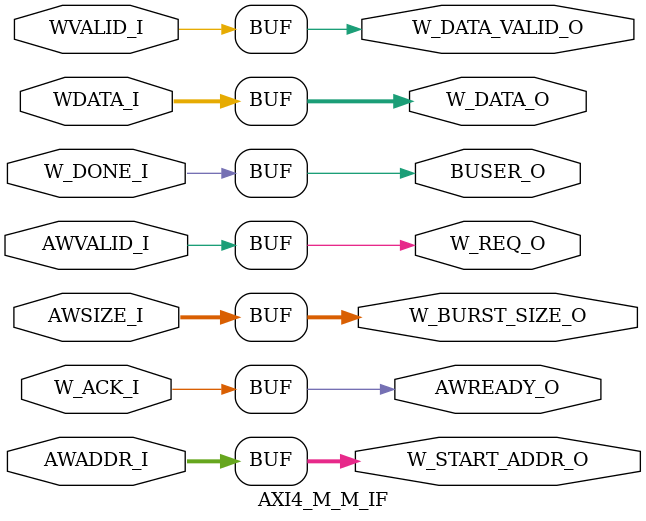
<source format=v>
module AXI4_M_M_IF
#(
	parameter AXI_DATA_WIDTH	    = 4,
	parameter AXI_ADDR_WIDTH	    = 32
  )
  (
  // Input Ports
  input [AXI_DATA_WIDTH-1 : 0]	     WDATA_I,
  input                              WVALID_I,
  input	[AXI_ADDR_WIDTH-1 : 0]	     AWADDR_I,
  input                              AWVALID_I,
  input [7:0]                        AWSIZE_I,
  input                              W_DONE_I,
  input                              W_ACK_I,  
  // Output Ports
  output        				     BUSER_O,  
  output                             AWREADY_O,
  output [AXI_DATA_WIDTH-1 : 0]	     W_DATA_O,
  output                             W_DATA_VALID_O,
  output [AXI_ADDR_WIDTH-1: 0]	     W_START_ADDR_O,
  output                             W_REQ_O,
  output [7:0]                       W_BURST_SIZE_O 
  
  );
  
  assign W_DATA_O			=	WDATA_I;
  assign W_DATA_VALID_O     =   WVALID_I;
  assign W_START_ADDR_O     =   AWADDR_I;
  assign W_BURST_SIZE_O     =   AWSIZE_I;
  assign W_REQ_O            =   AWVALID_I;
  assign BUSER_O	        =	W_DONE_I;
  assign AWREADY_O	        =	W_ACK_I;
  
 endmodule
</source>
